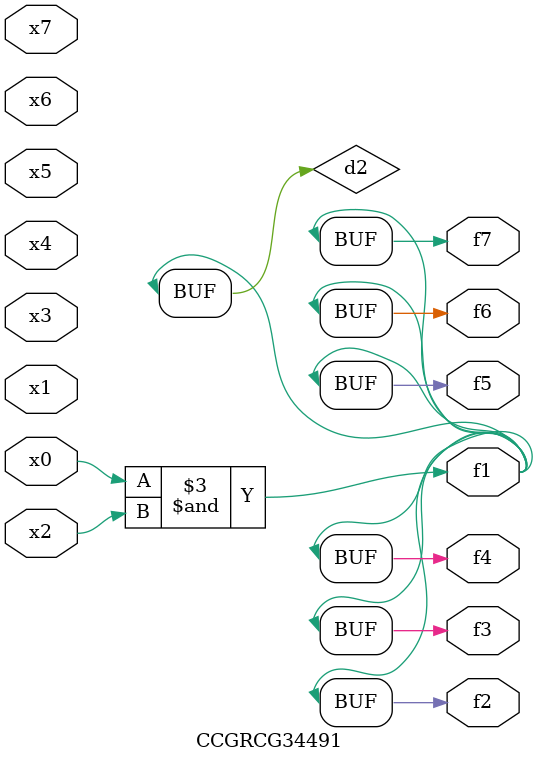
<source format=v>
module CCGRCG34491(
	input x0, x1, x2, x3, x4, x5, x6, x7,
	output f1, f2, f3, f4, f5, f6, f7
);

	wire d1, d2;

	nor (d1, x3, x6);
	and (d2, x0, x2);
	assign f1 = d2;
	assign f2 = d2;
	assign f3 = d2;
	assign f4 = d2;
	assign f5 = d2;
	assign f6 = d2;
	assign f7 = d2;
endmodule

</source>
